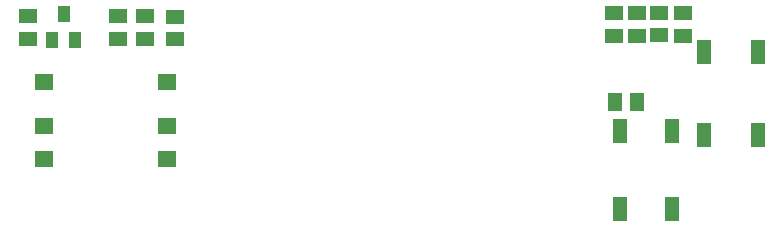
<source format=gbr>
G04 EAGLE Gerber RS-274X export*
G75*
%MOMM*%
%FSLAX34Y34*%
%LPD*%
%INSolderpaste Top*%
%IPPOS*%
%AMOC8*
5,1,8,0,0,1.08239X$1,22.5*%
G01*
%ADD10R,1.500000X1.240000*%
%ADD11R,1.240000X1.500000*%
%ADD12R,1.200000X2.000000*%
%ADD13R,1.500000X1.400000*%
%ADD14R,1.000000X1.400000*%


D10*
X570230Y206400D03*
X570230Y225400D03*
X511810Y206400D03*
X511810Y225400D03*
X114300Y203860D03*
X114300Y222860D03*
X140300Y203140D03*
X140300Y222140D03*
D11*
X531470Y149860D03*
X512470Y149860D03*
D10*
X550090Y206600D03*
X550090Y225600D03*
X530860Y225400D03*
X530860Y206400D03*
X91440Y222860D03*
X91440Y203860D03*
D12*
X633370Y192480D03*
X633370Y122480D03*
X588370Y122480D03*
X588370Y192480D03*
X560480Y125710D03*
X560480Y59710D03*
X516480Y59710D03*
X516480Y125710D03*
D13*
X29280Y167120D03*
X29280Y130120D03*
X29280Y102120D03*
X133280Y102120D03*
X133280Y130120D03*
X133280Y167120D03*
D14*
X45720Y224360D03*
X55220Y202360D03*
X36220Y202360D03*
D10*
X15240Y203860D03*
X15240Y222860D03*
M02*

</source>
